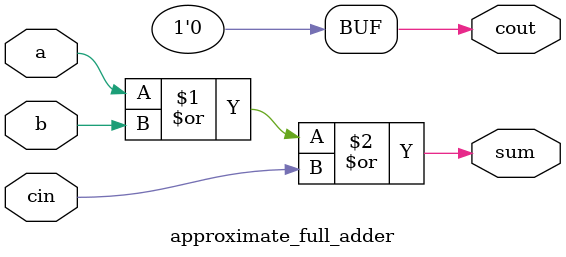
<source format=v>
`timescale 1ns / 1ps
module approximate_full_adder(

input a,
input b,
input cin,
output sum,
output cout
);


assign sum = a|b|cin ;
assign cout = 0;


endmodule

</source>
